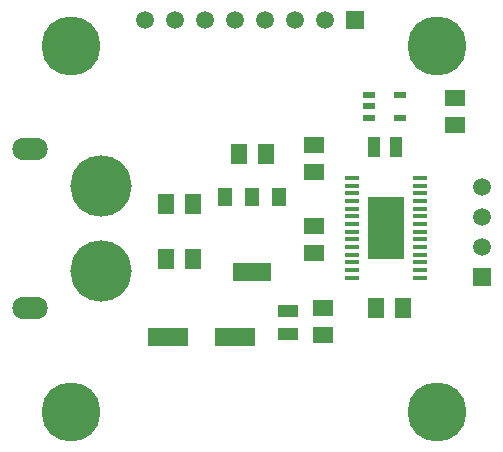
<source format=gbr>
%TF.GenerationSoftware,Altium Limited,Altium Designer,22.8.2 (66)*%
G04 Layer_Color=255*
%FSLAX45Y45*%
%MOMM*%
%TF.SameCoordinates,C69CFF7D-580E-4D1C-BBFF-10AAE48A081B*%
%TF.FilePolarity,Positive*%
%TF.FileFunction,Pads,Top*%
%TF.Part,Single*%
G01*
G75*
%TA.AperFunction,SMDPad,CuDef*%
%ADD10R,1.20000X1.60000*%
%ADD11R,3.30000X1.60000*%
%ADD12R,1.70000X1.40000*%
G04:AMPARAMS|DCode=13|XSize=0.35mm|YSize=1.25mm|CornerRadius=0.05075mm|HoleSize=0mm|Usage=FLASHONLY|Rotation=270.000|XOffset=0mm|YOffset=0mm|HoleType=Round|Shape=RoundedRectangle|*
%AMROUNDEDRECTD13*
21,1,0.35000,1.14850,0,0,270.0*
21,1,0.24850,1.25000,0,0,270.0*
1,1,0.10150,-0.57425,-0.12425*
1,1,0.10150,-0.57425,0.12425*
1,1,0.10150,0.57425,0.12425*
1,1,0.10150,0.57425,-0.12425*
%
%ADD13ROUNDEDRECTD13*%
%ADD14R,3.50000X1.60000*%
G04:AMPARAMS|DCode=15|XSize=3.1mm|YSize=5.18mm|CornerRadius=0.0465mm|HoleSize=0mm|Usage=FLASHONLY|Rotation=180.000|XOffset=0mm|YOffset=0mm|HoleType=Round|Shape=RoundedRectangle|*
%AMROUNDEDRECTD15*
21,1,3.10000,5.08700,0,0,180.0*
21,1,3.00700,5.18000,0,0,180.0*
1,1,0.09300,-1.50350,2.54350*
1,1,0.09300,1.50350,2.54350*
1,1,0.09300,1.50350,-2.54350*
1,1,0.09300,-1.50350,-2.54350*
%
%ADD15ROUNDEDRECTD15*%
%ADD16R,1.05000X0.60000*%
%ADD17R,1.40000X1.70000*%
%ADD18R,1.00000X1.70000*%
%ADD19R,1.70000X1.00000*%
%TA.AperFunction,ComponentPad*%
%ADD28C,1.50000*%
%ADD29R,1.50000X1.50000*%
%ADD30O,3.00000X1.90000*%
%ADD31C,5.20000*%
%TA.AperFunction,ViaPad*%
%ADD32C,5.00000*%
%TA.AperFunction,ComponentPad*%
%ADD33R,1.50000X1.50000*%
D10*
X210000Y270000D02*
D03*
X-20000D02*
D03*
X-250000D02*
D03*
D11*
X-20000Y-370000D02*
D03*
D12*
X1700000Y880700D02*
D03*
Y1109300D02*
D03*
X505000Y704300D02*
D03*
Y475700D02*
D03*
X580000Y-899300D02*
D03*
Y-670700D02*
D03*
X510000Y24300D02*
D03*
Y-204300D02*
D03*
D13*
X830000Y-25000D02*
D03*
Y430000D02*
D03*
Y365000D02*
D03*
Y300000D02*
D03*
Y235000D02*
D03*
Y170000D02*
D03*
Y105000D02*
D03*
Y40000D02*
D03*
Y-90000D02*
D03*
Y-155000D02*
D03*
Y-220000D02*
D03*
Y-285000D02*
D03*
Y-350000D02*
D03*
Y-415000D02*
D03*
X1405000Y430000D02*
D03*
Y365000D02*
D03*
Y300000D02*
D03*
Y235000D02*
D03*
Y170000D02*
D03*
Y105000D02*
D03*
Y40000D02*
D03*
Y-25000D02*
D03*
Y-90000D02*
D03*
Y-155000D02*
D03*
Y-220000D02*
D03*
Y-285000D02*
D03*
Y-350000D02*
D03*
Y-415000D02*
D03*
D14*
X-165000Y-920000D02*
D03*
X-725000D02*
D03*
D15*
X1117500Y7500D02*
D03*
D16*
X1237500Y1130000D02*
D03*
Y940000D02*
D03*
X972500D02*
D03*
Y1035000D02*
D03*
Y1130000D02*
D03*
D17*
X-744300Y205000D02*
D03*
X-515700D02*
D03*
X-744300Y-260000D02*
D03*
X-515700D02*
D03*
X104300Y630000D02*
D03*
X-124300D02*
D03*
X1035700Y-675000D02*
D03*
X1264300D02*
D03*
D18*
X1205000Y695000D02*
D03*
X1015000D02*
D03*
D19*
X290000Y-700000D02*
D03*
Y-890000D02*
D03*
D28*
X-921000Y1770000D02*
D03*
X-667000D02*
D03*
X-413000D02*
D03*
X-159000D02*
D03*
X95000D02*
D03*
X349000D02*
D03*
X603000D02*
D03*
X1930000Y353000D02*
D03*
Y99000D02*
D03*
Y-155000D02*
D03*
D29*
X857000Y1770000D02*
D03*
D30*
X-1900000Y675000D02*
D03*
Y-675000D02*
D03*
D31*
X-1300000Y360000D02*
D03*
Y-360000D02*
D03*
D32*
X1550000Y1550000D02*
D03*
X-1550000D02*
D03*
X1550000Y-1550000D02*
D03*
X-1550000D02*
D03*
D33*
X1930000Y-409000D02*
D03*
%TF.MD5,9c19635fd7783971b563e9dfa928c5b7*%
M02*

</source>
